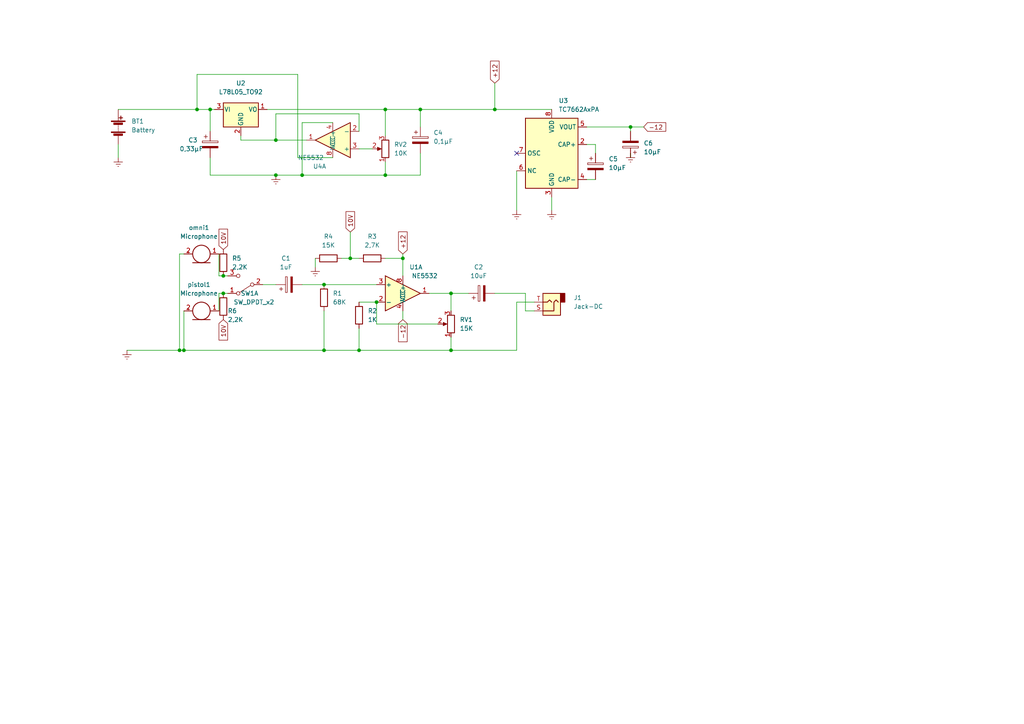
<source format=kicad_sch>
(kicad_sch (version 20211123) (generator eeschema)
  (paper "A4")
  (lib_symbols
    (symbol "Amplifier_Operational:NE5532" (pin_names (offset 0.127))
      (property "Reference" "U1" (at 3.81 7.62 0))
      (property "Value" "NE5532" (at 6.35 5.08 0))
      (symbol "NE5532_1_1"
        (polyline (pts (xy -5.08 5.08) (xy 5.08 0) (xy -5.08 -5.08) (xy -5.08 5.08)) (stroke (width 0.254)) (fill (type background)))
        (pin output line (at 7.62 0 180) (length 2.54) (name "~") (number "1"))
        (pin input line (at -7.62 -2.54 0) (length 2.54) (name "-") (number "2"))
        (pin input line (at -7.62 2.54 0) (length 2.54) (name "+") (number "3"))
        (pin input line (at 0 -5.08 90) (length 2.54) (name "VCC-") (number "4"))
        (pin input line (at 0 5.08 270) (length 2.54) (name "VCC+") (number "8"))
      )
      (symbol "NE5532_2_1"
        (polyline (pts (xy -5.08 5.08) (xy 5.08 0) (xy -5.08 -5.08) (xy -5.08 5.08)) (stroke (width 0.254)) (fill (type background)))
        (pin input line (at -7.62 2.54 0) (length 2.54) (name "+") (number "5"))
        (pin input line (at -7.62 -2.54 0) (length 2.54) (name "-") (number "6"))
        (pin output line (at 7.62 0 180) (length 2.54) (name "~") (number "7"))
      )
      (symbol "NE5532_3_1"
        (pin power_in line (at -2.54 -7.62 90) (length 3.81) (name "V-") (number "4"))
        (pin power_in line (at -2.54 7.62 270) (length 3.81) (name "V+") (number "8"))
      )
    )
    (symbol "Connector:AudioJack2"
      (property "Reference" "J" (at 0 8.89 0))
      (property "Value" "AudioJack2" (at 0 6.35 0))
      (symbol "AudioJack2_0_1"
        (rectangle (start -3.81 0) (end -2.54 -2.54) (stroke (width 0.254)) (fill (type outline)))
        (rectangle (start -2.54 3.81) (end 2.54 -2.54) (stroke (width 0.254)) (fill (type background)))
        (polyline (pts (xy 0 0) (xy 0.635 -0.635) (xy 1.27 0) (xy 2.54 0)) (stroke (width 0.254)))
        (polyline (pts (xy 2.54 2.54) (xy -0.635 2.54) (xy -0.635 0) (xy -1.27 -0.635) (xy -1.905 0)) (stroke (width 0.254)))
      )
      (symbol "AudioJack2_1_1"
        (pin passive line (at 5.08 2.54 180) (length 2.54) (name "~") (number "S"))
        (pin passive line (at 5.08 0 180) (length 2.54) (name "~") (number "T"))
      )
    )
    (symbol "Converter_DCDC:TC7662AxPA"
      (property "Reference" "U" (at -6.35 11.43 0))
      (property "Value" "TC7662AxPA" (at 7.62 11.43 0))
      (symbol "TC7662AxPA_0_1"
        (rectangle (start -7.62 10.16) (end 7.62 -10.16) (stroke (width 0.254)) (fill (type background)))
      )
      (symbol "TC7662AxPA_1_1"
        (pin no_connect line (at -7.62 5.08 0) (length 2.54) hide (name "NC") (number "1"))
        (pin passive line (at 10.16 2.54 180) (length 2.54) (name "CAP+") (number "2"))
        (pin power_in line (at 0 -12.7 90) (length 2.54) (name "GND") (number "3"))
        (pin passive line (at 10.16 -7.62 180) (length 2.54) (name "CAP-") (number "4"))
        (pin power_out line (at 10.16 7.62 180) (length 2.54) (name "VOUT") (number "5"))
        (pin passive line (at -10.16 -5.08 0) (length 2.54) (name "NC") (number "6"))
        (pin passive line (at -10.16 0 0) (length 2.54) (name "OSC") (number "7"))
        (pin power_in line (at 0 12.7 270) (length 2.54) (name "VDD") (number "8"))
      )
    )
    (symbol "Device:Battery" (pin_numbers hide) (pin_names (offset 0) hide)
      (property "Reference" "BT" (at 2.54 2.54 0))
      (property "Value" "Battery" (at 2.54 0 0))
      (symbol "Battery_0_1"
        (rectangle (start -2.032 -1.397) (end 2.032 -1.651) (fill (type outline)))
        (rectangle (start -2.032 1.778) (end 2.032 1.524) (fill (type outline)))
        (rectangle (start -1.3208 -1.9812) (end 1.27 -2.4892) (fill (type outline)))
        (rectangle (start -1.3208 1.1938) (end 1.27 0.6858) (fill (type outline)))
        (polyline (pts (xy 0 -1.524) (xy 0 -1.27)))
        (polyline (pts (xy 0 -1.016) (xy 0 -0.762)))
        (polyline (pts (xy 0 -0.508) (xy 0 -0.254)))
        (polyline (pts (xy 0 0) (xy 0 0.254)))
        (polyline (pts (xy 0 0.508) (xy 0 0.762)))
        (polyline (pts (xy 0 1.778) (xy 0 2.54)))
        (polyline (pts (xy 0.254 2.667) (xy 1.27 2.667)) (stroke (width 0.254)))
        (polyline (pts (xy 0.762 3.175) (xy 0.762 2.159)) (stroke (width 0.254)))
      )
      (symbol "Battery_1_1"
        (pin passive line (at 0 5.08 270) (length 2.54) (name "+") (number "1"))
        (pin passive line (at 0 -5.08 90) (length 2.54) (name "-") (number "2"))
      )
    )
    (symbol "Device:C_Polarized" (pin_numbers hide) (pin_names (offset 0.254))
      (property "Reference" "C" (at 0.635 2.54 0))
      (property "Value" "C_Polarized" (at 0.635 -2.54 0))
      (symbol "C_Polarized_0_1"
        (rectangle (start -2.286 0.508) (end 2.286 1.016))
        (polyline (pts (xy -1.778 2.286) (xy -0.762 2.286)))
        (polyline (pts (xy -1.27 2.794) (xy -1.27 1.778)))
        (rectangle (start 2.286 -0.508) (end -2.286 -1.016) (fill (type outline)))
      )
      (symbol "C_Polarized_1_1"
        (pin passive line (at 0 3.81 270) (length 2.794) (name "~") (number "1"))
        (pin passive line (at 0 -3.81 90) (length 2.794) (name "~") (number "2"))
      )
    )
    (symbol "Device:Microphone" (pin_names (offset 0.0254) hide)
      (property "Reference" "MK" (at -3.81 1.27 0))
      (property "Value" "Microphone" (at -3.81 -0.635 0))
      (symbol "Microphone_0_1"
        (polyline (pts (xy -2.54 2.54) (xy -2.54 -2.54)) (stroke (width 0.254)))
        (polyline (pts (xy 0.254 3.81) (xy 0.762 3.81)))
        (polyline (pts (xy 0.508 4.064) (xy 0.508 3.556)))
        (circle (center 0 0) (radius 2.54) (stroke (width 0.254)))
      )
      (symbol "Microphone_1_1"
        (pin passive line (at 0 -5.08 90) (length 2.54) (name "-") (number "1"))
        (pin passive line (at 0 5.08 270) (length 2.54) (name "+") (number "2"))
      )
    )
    (symbol "Device:R" (pin_numbers hide) (pin_names (offset 0))
      (property "Reference" "R" (at 2.032 0 90))
      (property "Value" "R" (at 0 0 90))
      (symbol "R_0_1"
        (rectangle (start -1.016 -2.54) (end 1.016 2.54) (stroke (width 0.254)))
      )
      (symbol "R_1_1"
        (pin passive line (at 0 3.81 270) (length 1.27) (name "~") (number "1"))
        (pin passive line (at 0 -3.81 90) (length 1.27) (name "~") (number "2"))
      )
    )
    (symbol "Device:R_Potentiometer" (pin_names (offset 1.016) hide)
      (property "Reference" "RV" (at -4.445 0 90))
      (property "Value" "R_Potentiometer" (at -2.54 0 90))
      (symbol "R_Potentiometer_0_1"
        (polyline (pts (xy 2.54 0) (xy 1.524 0)))
        (polyline (pts (xy 1.143 0) (xy 2.286 0.508) (xy 2.286 -0.508) (xy 1.143 0)) (fill (type outline)))
        (rectangle (start 1.016 2.54) (end -1.016 -2.54) (stroke (width 0.254)))
      )
      (symbol "R_Potentiometer_1_1"
        (pin passive line (at 0 3.81 270) (length 1.27) (name "1") (number "1"))
        (pin passive line (at 3.81 0 180) (length 1.27) (name "2") (number "2"))
        (pin passive line (at 0 -3.81 90) (length 1.27) (name "3") (number "3"))
      )
    )
    (symbol "Regulator_Linear:L78L05_TO92" (pin_names (offset 0.254))
      (property "Reference" "U" (at -3.81 3.175 0))
      (property "Value" "L78L05_TO92" (at 0 3.175 0))
      (symbol "L78L05_TO92_0_1"
        (rectangle (start -5.08 -5.08) (end 5.08 1.905) (stroke (width 0.254)) (fill (type background)))
      )
      (symbol "L78L05_TO92_1_1"
        (pin power_out line (at 7.62 0 180) (length 2.54) (name "VO") (number "1"))
        (pin power_in line (at 0 -7.62 90) (length 2.54) (name "GND") (number "2"))
        (pin power_in line (at -7.62 0 0) (length 2.54) (name "VI") (number "3"))
      )
    )
    (symbol "Switch:SW_DPDT_x2" (pin_names (offset 0) hide)
      (property "Reference" "SW" (at 0 4.318 0))
      (property "Value" "SW_DPDT_x2" (at 0 -5.08 0))
      (symbol "SW_DPDT_x2_0_0"
        (circle (center -2.032 0) (radius 0.508))
        (circle (center 2.032 -2.54) (radius 0.508))
      )
      (symbol "SW_DPDT_x2_0_1"
        (polyline (pts (xy -1.524 0.254) (xy 1.651 2.286)))
        (circle (center 2.032 2.54) (radius 0.508))
      )
      (symbol "SW_DPDT_x2_1_1"
        (pin passive line (at 5.08 2.54 180) (length 2.54) (name "A") (number "1"))
        (pin passive line (at -5.08 0 0) (length 2.54) (name "B") (number "2"))
        (pin passive line (at 5.08 -2.54 180) (length 2.54) (name "C") (number "3"))
      )
      (symbol "SW_DPDT_x2_2_1"
        (pin passive line (at 5.08 2.54 180) (length 2.54) (name "A") (number "4"))
        (pin passive line (at -5.08 0 0) (length 2.54) (name "B") (number "5"))
        (pin passive line (at 5.08 -2.54 180) (length 2.54) (name "C") (number "6"))
      )
    )
    (symbol "power:Earth" (power) (pin_names (offset 0))
      (symbol "Earth_0_1"
        (polyline (pts (xy -0.635 -1.905) (xy 0.635 -1.905)))
        (polyline (pts (xy -0.127 -2.54) (xy 0.127 -2.54)))
        (polyline (pts (xy 0 -1.27) (xy 0 0)))
        (polyline (pts (xy 1.27 -1.27) (xy -1.27 -1.27)))
      )
      (symbol "Earth_1_1"
        (pin power_in line (at 0 0 270) (length 0) hide (name "Earth") (number "1"))
      )
    )
  )
  (junction (at 109.22 87.63))
  (junction (at 116.84 74.93))
  (junction (at 93.98 82.55))
  (junction (at 60.96 31.75))
  (junction (at 52.07 101.6))
  (junction (at 101.6 74.93))
  (junction (at 130.81 101.6))
  (junction (at 87.63 50.8))
  (junction (at 53.34 101.6))
  (junction (at 111.76 31.75))
  (junction (at 64.77 80.01))
  (junction (at 64.77 85.09))
  (junction (at 80.01 40.64))
  (junction (at 104.14 101.6))
  (junction (at 57.15 31.75))
  (junction (at 121.92 31.75))
  (junction (at 143.51 31.75))
  (junction (at 111.76 50.8))
  (junction (at 80.01 50.8))
  (junction (at 130.81 85.09))
  (junction (at 182.88 36.83))
  (junction (at 93.98 101.6))
  (no_connect (at 149.86 44.45))
  (wire (pts (xy 96.52 35.56) (xy 87.63 35.56)))
  (wire (pts (xy 63.5 73.66) (xy 63.5 80.01)))
  (wire (pts (xy 104.14 87.63) (xy 109.22 87.63)))
  (wire (pts (xy 130.81 85.09) (xy 135.89 85.09)))
  (wire (pts (xy 111.76 74.93) (xy 116.84 74.93)))
  (wire (pts (xy 69.85 39.37) (xy 69.85 40.64)))
  (wire (pts (xy 109.22 87.63) (xy 109.22 93.98)))
  (wire (pts (xy 60.96 31.75) (xy 60.96 38.1)))
  (wire (pts (xy 121.92 31.75) (xy 143.51 31.75)))
  (wire (pts (xy 182.88 38.1) (xy 182.88 36.83)))
  (wire (pts (xy 104.14 38.1) (xy 104.14 33.02)))
  (wire (pts (xy 104.14 33.02) (xy 80.01 33.02)))
  (wire (pts (xy 36.83 101.6) (xy 52.07 101.6)))
  (wire (pts (xy 64.77 85.09) (xy 63.5 85.09)))
  (wire (pts (xy 34.29 41.91) (xy 34.29 45.72)))
  (wire (pts (xy 77.47 31.75) (xy 111.76 31.75)))
  (wire (pts (xy 152.4 90.17) (xy 154.94 90.17)))
  (wire (pts (xy 66.04 85.09) (xy 64.77 85.09)))
  (wire (pts (xy 52.07 101.6) (xy 53.34 101.6)))
  (wire (pts (xy 149.86 87.63) (xy 149.86 101.6)))
  (wire (pts (xy 63.5 85.09) (xy 63.5 90.17)))
  (wire (pts (xy 53.34 73.66) (xy 52.07 73.66)))
  (wire (pts (xy 87.63 82.55) (xy 93.98 82.55)))
  (wire (pts (xy 93.98 101.6) (xy 104.14 101.6)))
  (wire (pts (xy 182.88 36.83) (xy 186.69 36.83)))
  (wire (pts (xy 34.29 31.75) (xy 57.15 31.75)))
  (wire (pts (xy 143.51 24.13) (xy 143.51 31.75)))
  (wire (pts (xy 104.14 43.18) (xy 107.95 43.18)))
  (wire (pts (xy 86.36 21.59) (xy 57.15 21.59)))
  (wire (pts (xy 182.88 45.72) (xy 182.88 44.45)))
  (wire (pts (xy 121.92 44.45) (xy 121.92 50.8)))
  (wire (pts (xy 101.6 74.93) (xy 104.14 74.93)))
  (wire (pts (xy 96.52 45.72) (xy 86.36 45.72)))
  (wire (pts (xy 80.01 50.8) (xy 87.63 50.8)))
  (wire (pts (xy 60.96 31.75) (xy 62.23 31.75)))
  (wire (pts (xy 143.51 31.75) (xy 160.02 31.75)))
  (wire (pts (xy 57.15 21.59) (xy 57.15 31.75)))
  (wire (pts (xy 160.02 57.15) (xy 160.02 60.96)))
  (wire (pts (xy 104.14 95.25) (xy 104.14 101.6)))
  (wire (pts (xy 124.46 85.09) (xy 130.81 85.09)))
  (wire (pts (xy 91.44 74.93) (xy 91.44 77.47)))
  (wire (pts (xy 109.22 93.98) (xy 127 93.98)))
  (wire (pts (xy 52.07 73.66) (xy 52.07 101.6)))
  (wire (pts (xy 104.14 101.6) (xy 130.81 101.6)))
  (wire (pts (xy 53.34 101.6) (xy 93.98 101.6)))
  (wire (pts (xy 93.98 82.55) (xy 109.22 82.55)))
  (wire (pts (xy 182.88 36.83) (xy 170.18 36.83)))
  (wire (pts (xy 116.84 90.17) (xy 116.84 92.71)))
  (wire (pts (xy 69.85 40.64) (xy 80.01 40.64)))
  (wire (pts (xy 143.51 85.09) (xy 152.4 85.09)))
  (wire (pts (xy 116.84 74.93) (xy 116.84 80.01)))
  (wire (pts (xy 111.76 50.8) (xy 111.76 46.99)))
  (wire (pts (xy 80.01 40.64) (xy 88.9 40.64)))
  (wire (pts (xy 53.34 90.17) (xy 53.34 101.6)))
  (wire (pts (xy 130.81 101.6) (xy 149.86 101.6)))
  (wire (pts (xy 121.92 50.8) (xy 111.76 50.8)))
  (wire (pts (xy 172.72 44.45) (xy 172.72 41.91)))
  (wire (pts (xy 63.5 80.01) (xy 64.77 80.01)))
  (wire (pts (xy 111.76 31.75) (xy 111.76 39.37)))
  (wire (pts (xy 111.76 31.75) (xy 121.92 31.75)))
  (wire (pts (xy 101.6 67.31) (xy 101.6 74.93)))
  (wire (pts (xy 99.06 74.93) (xy 101.6 74.93)))
  (wire (pts (xy 149.86 87.63) (xy 154.94 87.63)))
  (wire (pts (xy 60.96 45.72) (xy 60.96 50.8)))
  (wire (pts (xy 130.81 85.09) (xy 130.81 90.17)))
  (wire (pts (xy 93.98 90.17) (xy 93.98 101.6)))
  (wire (pts (xy 60.96 50.8) (xy 80.01 50.8)))
  (wire (pts (xy 116.84 74.93) (xy 116.84 73.66)))
  (wire (pts (xy 76.2 82.55) (xy 80.01 82.55)))
  (wire (pts (xy 149.86 49.53) (xy 149.86 60.96)))
  (wire (pts (xy 57.15 31.75) (xy 60.96 31.75)))
  (wire (pts (xy 64.77 80.01) (xy 66.04 80.01)))
  (wire (pts (xy 86.36 21.59) (xy 86.36 45.72)))
  (wire (pts (xy 130.81 97.79) (xy 130.81 101.6)))
  (wire (pts (xy 152.4 85.09) (xy 152.4 90.17)))
  (wire (pts (xy 172.72 41.91) (xy 170.18 41.91)))
  (wire (pts (xy 87.63 35.56) (xy 87.63 50.8)))
  (wire (pts (xy 80.01 33.02) (xy 80.01 40.64)))
  (wire (pts (xy 87.63 50.8) (xy 111.76 50.8)))
  (wire (pts (xy 121.92 31.75) (xy 121.92 36.83)))
  (wire (pts (xy 172.72 52.07) (xy 170.18 52.07)))
  (global_label "-12" (shape input) (at 116.84 92.71 270) (property "Références Inter-Feuilles" "${INTERSHEET_REFS}" (effects hide)))
  (global_label "10V" (shape input) (at 64.77 72.39 90) (property "Références Inter-Feuilles" "${INTERSHEET_REFS}" (effects hide)))
  (global_label "-12" (shape input) (at 186.69 36.83 0) (property "Références Inter-Feuilles" "${INTERSHEET_REFS}" (effects hide)))
  (global_label "+12" (shape input) (at 116.84 73.66 90) (property "Références Inter-Feuilles" "${INTERSHEET_REFS}" (effects hide)))
  (global_label "10V" (shape input) (at 64.77 92.71 270) (property "Références Inter-Feuilles" "${INTERSHEET_REFS}" (effects hide)))
  (global_label "10V" (shape input) (at 101.6 67.31 90) (property "Références Inter-Feuilles" "${INTERSHEET_REFS}" (effects hide)))
  (global_label "+12" (shape input) (at 143.51 24.13 90) (property "Références Inter-Feuilles" "${INTERSHEET_REFS}" (effects hide)))
  (symbol (lib_id "Device:Microphone") (at 58.42 90.17 90) (unit 1)
    (property "Reference" "pistol1" (at 57.7215 82.55 90))
    (property "Value" "Microphone" (at 57.7215 85.09 90))
    (property "Footprint" "Connector_PinSocket_1.27mm:PinSocket_1x02_P1.27mm_Vertical" (effects hide))
  )
  (symbol (lib_id "Connector:AudioJack2") (at 160.02 87.63 180) (unit 1)
    (property "Reference" "J1" (at 166.37 86.3599 0) (effects (justify right)))
    (property "Value" "Jack-DC" (at 166.37 88.8999 0) (effects (justify right)))
    (property "Footprint" "Connector_Audio:Jack_3.5mm_Ledino_KB3SPRS_Horizontal" (effects hide))
  )
  (symbol (lib_id "Converter_DCDC:TC7662AxPA") (at 160.02 44.45 0) (unit 1)
    (property "Reference" "U3" (at 162.0394 29.21 0) (effects (justify left)))
    (property "Value" "TC7662AxPA" (at 162.0394 31.75 0) (effects (justify left)))
    (property "Footprint" "Package_DIP:DIP-8_W10.16mm_LongPads" (effects hide))
    (property "Datasheet" "http://ww1.microchip.com/downloads/en/DeviceDoc/21468B.pdf" (effects hide))
  )
  (symbol (lib_id "Device:C_Polarized") (at 182.88 41.91 180) (unit 1)
    (property "Reference" "C6" (at 186.69 41.5289 0) (effects (justify right)))
    (property "Value" "10µF" (at 186.69 44.0689 0) (effects (justify right)))
    (property "Footprint" "Capacitor_THT:CP_Radial_Tantal_D5.0mm_P2.50mm" (effects hide))
  )
  (symbol (lib_id "Amplifier_Operational:NE5532") (at 116.84 85.09 0) (unit 1)
    (property "Reference" "U1" (at 120.65 77.47 0))
    (property "Value" "NE5532" (at 123.19 80.01 0))
    (property "Footprint" "Package_DIP:DIP-8_W7.62mm" (effects hide))
    (property "Datasheet" "http://www.ti.com/lit/ds/symlink/ne5532.pdf" (effects hide))
  )
  (symbol (lib_id "Regulator_Linear:L78L05_TO92") (at 69.85 31.75 0) (unit 1)
    (property "Reference" "U2" (at 69.85 24.13 0))
    (property "Value" "L78L05_TO92" (at 69.85 26.67 0))
    (property "Footprint" "Package_TO_SOT_THT:TO-92_Inline" (effects hide))
    (property "Datasheet" "http://www.st.com/content/ccc/resource/technical/document/datasheet/15/55/e5/aa/23/5b/43/fd/CD00000446.pdf/files/CD00000446.pdf/jcr:content/translations/en.CD00000446.pdf" (effects hide))
  )
  (symbol (lib_id "power:Earth") (at 149.86 60.96 0) (unit 1)
    (property "Reference" "#PWR0105" (effects hide))
    (property "Value" "Earth" (effects hide))
  )
  (symbol (lib_id "Device:C_Polarized") (at 60.96 41.91 0) (unit 1)
    (property "Reference" "C3" (at 54.61 40.64 0) (effects (justify left)))
    (property "Value" "0,33µF" (at 52.07 43.18 0) (effects (justify left)))
    (property "Footprint" "Capacitor_THT:C_Rect_L4.0mm_W2.5mm_P2.50mm" (effects hide))
  )
  (symbol (lib_id "power:Earth") (at 34.29 45.72 0) (unit 1)
    (property "Reference" "#PWR0102" (effects hide))
    (property "Value" "Earth" (effects hide))
  )
  (symbol (lib_id "Device:Battery") (at 34.29 36.83 0) (unit 1)
    (property "Reference" "BT1" (at 38.1 35.1789 0) (effects (justify left)))
    (property "Value" "Battery" (at 38.1 37.7189 0) (effects (justify left)))
    (property "Footprint" "Connector_PinHeader_1.27mm:PinHeader_1x02_P1.27mm_Vertical" (effects hide))
  )
  (symbol (lib_id "Device:R_Potentiometer") (at 130.81 93.98 180) (unit 1)
    (property "Reference" "RV1" (at 133.35 92.7099 0) (effects (justify right)))
    (property "Value" "15K" (at 133.35 95.2499 0) (effects (justify right)))
    (property "Footprint" "Potentiometer_THT:Potentiometer_ACP_CA9-V10_Vertical" (effects hide))
  )
  (symbol (lib_id "Device:C_Polarized") (at 172.72 48.26 0) (unit 1)
    (property "Reference" "C5" (at 176.53 46.1009 0) (effects (justify left)))
    (property "Value" "10µF" (at 176.53 48.6409 0) (effects (justify left)))
    (property "Footprint" "Capacitor_THT:CP_Radial_Tantal_D5.0mm_P2.50mm" (effects hide))
  )
  (symbol (lib_id "power:Earth") (at 182.88 44.45 0) (unit 1)
    (property "Reference" "#PWR0103" (effects hide))
    (property "Value" "Earth" (effects hide))
  )
  (symbol (lib_id "Device:C_Polarized") (at 139.7 85.09 90) (unit 1)
    (property "Reference" "C2" (at 138.811 77.47 90))
    (property "Value" "10uF" (at 138.811 80.01 90))
    (property "Footprint" "Capacitor_THT:CP_Radial_Tantal_D5.0mm_P2.50mm" (effects hide))
  )
  (symbol (lib_id "power:Earth") (at 80.01 50.8 0) (unit 1)
    (property "Reference" "#PWR0107" (effects hide))
    (property "Value" "Earth" (effects hide))
  )
  (symbol (lib_id "Device:R") (at 95.25 74.93 90) (unit 1)
    (property "Reference" "R4" (at 95.25 68.58 90))
    (property "Value" "15K" (at 95.25 71.12 90))
    (property "Footprint" "Resistor_THT:R_Box_L14.0mm_W5.0mm_P9.00mm" (effects hide))
  )
  (symbol (lib_id "Device:R_Potentiometer") (at 111.76 43.18 180) (unit 1)
    (property "Reference" "RV2" (at 114.3 41.9099 0) (effects (justify right)))
    (property "Value" "10K" (at 114.3 44.4499 0) (effects (justify right)))
    (property "Footprint" "Potentiometer_THT:Potentiometer_ACP_CA9-V10_Vertical" (effects hide))
  )
  (symbol (lib_id "Device:R") (at 107.95 74.93 90) (unit 1)
    (property "Reference" "R3" (at 107.95 68.58 90))
    (property "Value" "2,7K" (at 107.95 71.12 90))
    (property "Footprint" "Resistor_THT:R_Box_L14.0mm_W5.0mm_P9.00mm" (effects hide))
  )
  (symbol (lib_id "power:Earth") (at 36.83 101.6 0) (unit 1)
    (property "Reference" "#PWR0101" (effects hide))
    (property "Value" "Earth" (effects hide))
  )
  (symbol (lib_id "Device:R") (at 64.77 88.9 0) (unit 1)
    (property "Reference" "R6" (at 66.04 90.17 0) (effects (justify left)))
    (property "Value" "2,2K" (at 66.04 92.71 0) (effects (justify left)))
    (property "Footprint" "Resistor_THT:R_Box_L14.0mm_W5.0mm_P9.00mm" (effects hide))
  )
  (symbol (lib_id "Switch:SW_DPDT_x2") (at 71.12 82.55 180) (unit 1)
    (property "Reference" "SW1" (at 72.39 85.09 0))
    (property "Value" "SW_DPDT_x2" (at 73.66 87.63 0))
    (property "Footprint" "Button_Switch_THT:SW_CuK_OS102011MA1QN1_SPDT_Angled" (effects hide))
  )
  (symbol (lib_id "Device:Microphone") (at 58.42 73.66 90) (unit 1)
    (property "Reference" "omni1" (at 57.7215 66.04 90))
    (property "Value" "Microphone" (at 57.7215 68.58 90))
    (property "Footprint" "Connector_PinSocket_1.27mm:PinSocket_1x02_P1.27mm_Vertical" (effects hide))
  )
  (symbol (lib_id "Device:C_Polarized") (at 121.92 40.64 0) (unit 1)
    (property "Reference" "C4" (at 125.73 38.4809 0) (effects (justify left)))
    (property "Value" "0,1µF" (at 125.73 41.0209 0) (effects (justify left)))
    (property "Footprint" "Capacitor_THT:C_Rect_L4.0mm_W2.5mm_P2.50mm" (effects hide))
  )
  (symbol (lib_id "Device:C_Polarized") (at 83.82 82.55 90) (unit 1)
    (property "Reference" "C1" (at 82.931 74.93 90))
    (property "Value" "1uF" (at 82.931 77.47 90))
    (property "Footprint" "Capacitor_THT:CP_Radial_Tantal_D4.5mm_P2.50mm" (effects hide))
  )
  (symbol (lib_id "Device:R") (at 104.14 91.44 0) (unit 1)
    (property "Reference" "R2" (at 106.68 90.1699 0) (effects (justify left)))
    (property "Value" "1K" (at 106.68 92.7099 0) (effects (justify left)))
    (property "Footprint" "Resistor_THT:R_Box_L14.0mm_W5.0mm_P9.00mm" (effects hide))
  )
  (symbol (lib_id "Device:R") (at 64.77 76.2 0) (unit 1)
    (property "Reference" "R5" (at 67.31 74.9299 0) (effects (justify left)))
    (property "Value" "2,2K" (at 67.31 77.4699 0) (effects (justify left)))
    (property "Footprint" "Resistor_THT:R_Box_L14.0mm_W5.0mm_P9.00mm" (effects hide))
  )
  (symbol (lib_id "power:Earth") (at 160.02 60.96 0) (unit 1)
    (property "Reference" "#PWR0104" (effects hide))
    (property "Value" "Earth" (effects hide))
  )
  (symbol (lib_id "power:Earth") (at 91.44 77.47 0) (unit 1)
    (property "Reference" "#PWR0106" (effects hide))
    (property "Value" "Earth" (effects hide))
  )
  (symbol (lib_id "Device:R") (at 93.98 86.36 0) (unit 1)
    (property "Reference" "R1" (at 96.52 85.0899 0) (effects (justify left)))
    (property "Value" "68K" (at 96.52 87.6299 0) (effects (justify left)))
    (property "Footprint" "Resistor_THT:R_Box_L14.0mm_W5.0mm_P9.00mm" (effects hide))
  )
  (symbol (lib_id "Amplifier_Operational:NE5532") (at 96.52 40.64 180) (unit 1)
    (property "Reference" "U4" (at 92.71 48.26 0))
    (property "Value" "NE5532" (at 90.17 45.72 0))
    (property "Footprint" "Package_DIP:DIP-8_W7.62mm" (effects hide))
    (property "Datasheet" "http://www.ti.com/lit/ds/symlink/ne5532.pdf" (effects hide))
  )
)
</source>
